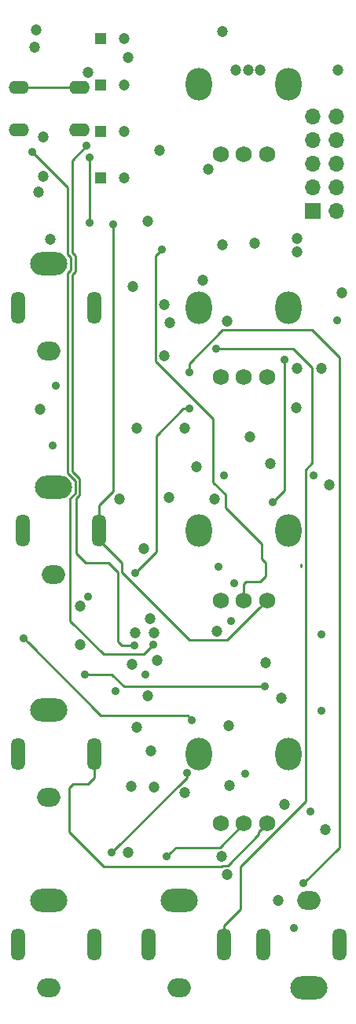
<source format=gtl>
G04 #@! TF.FileFunction,Copper,L1,Top,Signal*
%FSLAX46Y46*%
G04 Gerber Fmt 4.6, Leading zero omitted, Abs format (unit mm)*
G04 Created by KiCad (PCBNEW 4.0.2-stable) date 2017-11-27 2:33:33 PM*
%MOMM*%
G01*
G04 APERTURE LIST*
%ADD10C,0.200000*%
%ADD11R,1.200000X1.200000*%
%ADD12C,1.200000*%
%ADD13O,4.000000X2.500000*%
%ADD14O,2.500000X2.000000*%
%ADD15O,1.500000X3.500000*%
%ADD16R,1.700000X1.700000*%
%ADD17O,1.700000X1.700000*%
%ADD18O,2.800000X3.500000*%
%ADD19C,1.750000*%
%ADD20O,2.200000X1.400000*%
%ADD21O,2.250000X1.400000*%
%ADD22C,0.900000*%
%ADD23C,0.250000*%
G04 APERTURE END LIST*
D10*
D11*
X128710000Y-40730000D03*
D12*
X131250000Y-40730000D03*
D11*
X128710000Y-45730000D03*
D12*
X131250000Y-45730000D03*
D11*
X128710000Y-50730000D03*
D12*
X131250000Y-50730000D03*
D11*
X128710000Y-55730000D03*
D12*
X131250000Y-55730000D03*
D13*
X123100000Y-64950000D03*
D14*
X123100000Y-74350000D03*
D15*
X128000000Y-69650000D03*
X119800000Y-69650000D03*
D13*
X123600000Y-88950000D03*
D14*
X123600000Y-98350000D03*
D15*
X128500000Y-93650000D03*
X120300000Y-93650000D03*
D13*
X137100000Y-133450000D03*
D14*
X137100000Y-142850000D03*
D15*
X142000000Y-138150000D03*
X133800000Y-138150000D03*
D13*
X123100000Y-112950000D03*
D14*
X123100000Y-122350000D03*
D15*
X128000000Y-117650000D03*
X119800000Y-117650000D03*
D13*
X123100000Y-133460000D03*
D14*
X123100000Y-142860000D03*
D15*
X128000000Y-138160000D03*
X119800000Y-138160000D03*
D13*
X151100000Y-142850000D03*
D14*
X151100000Y-133450000D03*
D15*
X146200000Y-138150000D03*
X154400000Y-138150000D03*
D16*
X151500000Y-59250000D03*
D17*
X154040000Y-59250000D03*
X151500000Y-56710000D03*
X154040000Y-56710000D03*
X151500000Y-54170000D03*
X154040000Y-54170000D03*
X151500000Y-51630000D03*
X154040000Y-51630000D03*
X151500000Y-49090000D03*
X154040000Y-49090000D03*
D18*
X148890000Y-45650000D03*
X139290000Y-45650000D03*
D19*
X146590000Y-53150000D03*
X144090000Y-53150000D03*
X141590000Y-53150000D03*
D18*
X148890000Y-69650000D03*
X139290000Y-69650000D03*
D19*
X146590000Y-77150000D03*
X144090000Y-77150000D03*
X141590000Y-77150000D03*
D18*
X148890000Y-93650000D03*
X139290000Y-93650000D03*
D19*
X146590000Y-101150000D03*
X144090000Y-101150000D03*
X141590000Y-101150000D03*
D20*
X119850000Y-46000000D03*
X119850000Y-50500000D03*
D21*
X126350000Y-46000000D03*
X126350000Y-50500000D03*
D18*
X148890000Y-117650000D03*
X139290000Y-117650000D03*
D19*
X146590000Y-125150000D03*
X144090000Y-125150000D03*
X141590000Y-125150000D03*
D22*
X142700000Y-103350000D03*
X152500000Y-113000000D03*
X123500000Y-84500000D03*
D12*
X141800000Y-40000000D03*
X154200000Y-44100000D03*
X153350000Y-88700000D03*
X140950000Y-90250019D03*
X134472337Y-104615347D03*
X132600000Y-82600000D03*
X137750000Y-82600000D03*
X122000000Y-57250000D03*
X136150000Y-71300000D03*
X135562999Y-74814910D03*
X152900000Y-125850000D03*
X154700000Y-68100000D03*
X141800000Y-62900000D03*
X134746930Y-107566809D03*
X142300000Y-130650000D03*
X142300000Y-71100000D03*
X127350000Y-44400000D03*
X121538009Y-41678281D03*
X146450000Y-107850000D03*
X141200000Y-104450000D03*
X126500000Y-105900000D03*
X137765870Y-121867016D03*
X132601402Y-114800000D03*
X142550000Y-121050000D03*
X147000000Y-86450000D03*
X134100000Y-117350000D03*
D22*
X144250000Y-119800000D03*
X143050000Y-99350000D03*
X146350000Y-110400000D03*
X126950000Y-109100000D03*
X133535777Y-109110124D03*
X149500000Y-136400000D03*
D12*
X142450000Y-114600000D03*
X132400000Y-104650000D03*
X130700000Y-90250000D03*
X131999967Y-121150000D03*
X134044834Y-103133633D03*
X140250000Y-54750000D03*
X133750000Y-111375020D03*
X145300000Y-62750000D03*
X122527738Y-55500000D03*
X148450000Y-123100000D03*
X133750000Y-60350000D03*
X132150000Y-67400000D03*
X149750000Y-80400000D03*
X139000000Y-86750000D03*
X134999992Y-52750000D03*
X123225020Y-62272237D03*
X122527738Y-51306624D03*
X147800000Y-133400000D03*
X143200000Y-44100000D03*
X144550000Y-44100000D03*
X121700000Y-39800000D03*
X131650000Y-42750000D03*
X145850000Y-44100000D03*
X134400000Y-121200000D03*
X141735565Y-128704760D03*
X126465394Y-101751952D03*
X122150000Y-80600000D03*
X135550000Y-69300000D03*
X139650000Y-66750000D03*
X131600000Y-128300000D03*
X144749987Y-83594430D03*
X133300000Y-95600000D03*
X132056242Y-108000000D03*
X149800000Y-76200000D03*
X136000000Y-90094744D03*
X148150000Y-111650000D03*
X152472460Y-76188006D03*
X149800360Y-62200000D03*
X149800360Y-63650000D03*
D22*
X120400002Y-105250000D03*
X138500000Y-114000000D03*
X151599996Y-87700000D03*
X130000000Y-60700000D03*
X141100000Y-74050002D03*
X148500000Y-75249994D03*
X147250000Y-90600000D03*
X142000000Y-87699980D03*
X152500000Y-104850000D03*
X123850000Y-78100000D03*
X137976943Y-119674980D03*
X129900000Y-128300000D03*
X154150002Y-71050000D03*
X135800000Y-128700000D03*
X138200000Y-76600000D03*
X150550000Y-131600000D03*
X127340414Y-100787720D03*
X151300000Y-123849994D03*
X138200000Y-80550000D03*
X132374980Y-98231268D03*
X130300000Y-110900000D03*
X141350000Y-97500000D03*
X135250016Y-63450014D03*
X132307775Y-105999988D03*
X127189176Y-52221971D03*
X134332839Y-105907853D03*
X121325180Y-52917000D03*
X127514197Y-60500000D03*
X127514197Y-53500000D03*
D23*
X150250000Y-97250000D02*
X150250000Y-97500000D01*
X145713604Y-110400000D02*
X146350000Y-110400000D01*
X126950000Y-109100000D02*
X129897002Y-109100000D01*
X131197002Y-110400000D02*
X145713604Y-110400000D01*
X129897002Y-109100000D02*
X131197002Y-110400000D01*
X128700003Y-113550001D02*
X120850001Y-105699999D01*
X120850001Y-105699999D02*
X120400002Y-105250000D01*
X138500000Y-114000000D02*
X138050001Y-113550001D01*
X138050001Y-113550001D02*
X128700003Y-113550001D01*
X130000000Y-60700000D02*
X130000000Y-89400000D01*
X130000000Y-89400000D02*
X128500000Y-90900000D01*
X128500000Y-90900000D02*
X128500000Y-93650000D01*
X145715001Y-102024999D02*
X146590000Y-101150000D01*
X142314999Y-105425001D02*
X145715001Y-102024999D01*
X131000011Y-98150011D02*
X138275001Y-105425001D01*
X131000011Y-97150011D02*
X131000011Y-98150011D01*
X128500000Y-94650000D02*
X131000011Y-97150011D01*
X138275001Y-105425001D02*
X142314999Y-105425001D01*
X128500000Y-93650000D02*
X128500000Y-94650000D01*
X142000000Y-136150000D02*
X142000000Y-138150000D01*
X143750000Y-129802998D02*
X143750000Y-134400000D01*
X150754011Y-87092989D02*
X150754011Y-122798987D01*
X151472001Y-86374999D02*
X150754011Y-87092989D01*
X150754011Y-122798987D02*
X143750000Y-129802998D01*
X151472001Y-76135605D02*
X151472001Y-86374999D01*
X149386398Y-74050002D02*
X151472001Y-76135605D01*
X141100000Y-74050002D02*
X149386398Y-74050002D01*
X143750000Y-134400000D02*
X142000000Y-136150000D01*
X128000000Y-117650000D02*
X128000000Y-120250000D01*
X129025001Y-129825001D02*
X141681997Y-129825001D01*
X128000000Y-120250000D02*
X127350000Y-120900000D01*
X127350000Y-120900000D02*
X125700000Y-120900000D01*
X125700000Y-120900000D02*
X125300000Y-121300000D01*
X125300000Y-121300000D02*
X125300000Y-126100000D01*
X145715001Y-126328001D02*
X145715001Y-126024999D01*
X125300000Y-126100000D02*
X129025001Y-129825001D01*
X142368003Y-129674999D02*
X145715001Y-126328001D01*
X141681997Y-129825001D02*
X141831999Y-129674999D01*
X141831999Y-129674999D02*
X142368003Y-129674999D01*
X145715001Y-126024999D02*
X146590000Y-125150000D01*
X148500000Y-75886390D02*
X148500000Y-75249994D01*
X148500000Y-89350000D02*
X148500000Y-75886390D01*
X147250000Y-90600000D02*
X148500000Y-89350000D01*
X129900000Y-128300000D02*
X137976943Y-120223057D01*
X137976943Y-120223057D02*
X137976943Y-119674980D01*
X136249999Y-128250001D02*
X135800000Y-128700000D01*
X136770241Y-127729759D02*
X136249999Y-128250001D01*
X144090000Y-125150000D02*
X141510241Y-127729759D01*
X141510241Y-127729759D02*
X136770241Y-127729759D01*
X138200000Y-75963604D02*
X138200000Y-76600000D01*
X141831999Y-72075001D02*
X138200000Y-75707000D01*
X151425001Y-72075001D02*
X141831999Y-72075001D01*
X154375001Y-127774999D02*
X154375001Y-75025001D01*
X138200000Y-75707000D02*
X138200000Y-75963604D01*
X150550000Y-131600000D02*
X154375001Y-127774999D01*
X154375001Y-75025001D02*
X151425001Y-72075001D01*
X134650000Y-83463604D02*
X137563604Y-80550000D01*
X134650000Y-95956248D02*
X134650000Y-83463604D01*
X132374980Y-98231268D02*
X134650000Y-95956248D01*
X137563604Y-80550000D02*
X138200000Y-80550000D01*
X119850000Y-46000000D02*
X126350000Y-46000000D01*
X135250016Y-63450014D02*
X134574999Y-64125031D01*
X142100000Y-91200000D02*
X146000000Y-95100000D01*
X134574999Y-64125031D02*
X134574999Y-75427997D01*
X134574999Y-75427997D02*
X140800000Y-81652998D01*
X146000000Y-95100000D02*
X146000000Y-96650000D01*
X140800000Y-81652998D02*
X140800000Y-88450000D01*
X140800000Y-88450000D02*
X142100000Y-89750000D01*
X142100000Y-89750000D02*
X142100000Y-91200000D01*
X146000000Y-96650000D02*
X146450000Y-97100000D01*
X145900000Y-99100000D02*
X144350000Y-99100000D01*
X146450000Y-97100000D02*
X146450000Y-98550000D01*
X146450000Y-98550000D02*
X145900000Y-99100000D01*
X144350000Y-99100000D02*
X144090000Y-99360000D01*
X144090000Y-99360000D02*
X144090000Y-101150000D01*
X130550000Y-98150000D02*
X130550000Y-105550000D01*
X125600000Y-53811147D02*
X125600000Y-63765479D01*
X127100000Y-97150000D02*
X129550000Y-97150000D01*
X127189176Y-52221971D02*
X125600000Y-53811147D01*
X125600000Y-63765479D02*
X125925021Y-64090499D01*
X129550000Y-97150000D02*
X130550000Y-98150000D01*
X125925021Y-64090499D02*
X125925021Y-65809501D01*
X126050000Y-90184521D02*
X126050000Y-96100000D01*
X125925021Y-65809501D02*
X125600000Y-66134521D01*
X126050000Y-96100000D02*
X127100000Y-97150000D01*
X130999988Y-105999988D02*
X132307775Y-105999988D01*
X125600000Y-66134521D02*
X125600000Y-87265478D01*
X125600000Y-87265478D02*
X126425021Y-88090499D01*
X126425021Y-88090499D02*
X126425021Y-89809501D01*
X126425021Y-89809501D02*
X126050000Y-90184521D01*
X130550000Y-105550000D02*
X130999988Y-105999988D01*
X133882840Y-106357852D02*
X134332839Y-105907853D01*
X125399989Y-103356987D02*
X128993002Y-106950000D01*
X125475010Y-64276899D02*
X125475010Y-65623101D01*
X125149989Y-87451878D02*
X125975010Y-88276899D01*
X125975010Y-88276899D02*
X125975010Y-89623101D01*
X128993002Y-106950000D02*
X133290692Y-106950000D01*
X125149989Y-56741809D02*
X125149989Y-63951878D01*
X125475010Y-65623101D02*
X125149989Y-65948122D01*
X125399989Y-90198122D02*
X125399989Y-103356987D01*
X133290692Y-106950000D02*
X133882840Y-106357852D01*
X125975010Y-89623101D02*
X125399989Y-90198122D01*
X121325180Y-52917000D02*
X125149989Y-56741809D01*
X125149989Y-63951878D02*
X125475010Y-64276899D01*
X125149989Y-65948122D02*
X125149989Y-87451878D01*
X127514197Y-54136396D02*
X127514197Y-60500000D01*
X127514197Y-53500000D02*
X127514197Y-54136396D01*
M02*

</source>
